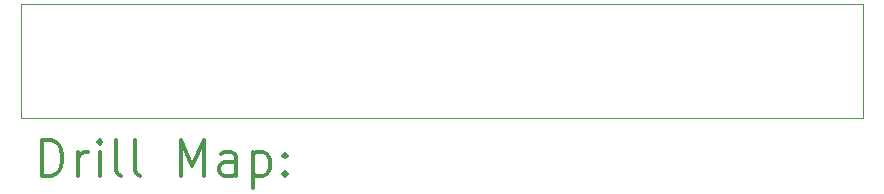
<source format=gbr>
%FSLAX45Y45*%
G04 Gerber Fmt 4.5, Leading zero omitted, Abs format (unit mm)*
G04 Created by KiCad (PCBNEW (5.1.9)-1) date 2021-04-20 22:41:00*
%MOMM*%
%LPD*%
G01*
G04 APERTURE LIST*
%TA.AperFunction,Profile*%
%ADD10C,0.050000*%
%TD*%
%ADD11C,0.200000*%
%ADD12C,0.300000*%
G04 APERTURE END LIST*
D10*
X5829300Y-15087600D02*
X5829300Y-14122400D01*
X12954000Y-15087600D02*
X5829300Y-15087600D01*
X12954000Y-14122400D02*
X12954000Y-15087600D01*
X5829300Y-14122400D02*
X12954000Y-14122400D01*
D11*
D12*
X6005428Y-15574714D02*
X6005428Y-15274714D01*
X6076857Y-15274714D01*
X6119714Y-15289000D01*
X6148286Y-15317571D01*
X6162571Y-15346143D01*
X6176857Y-15403286D01*
X6176857Y-15446143D01*
X6162571Y-15503286D01*
X6148286Y-15531857D01*
X6119714Y-15560428D01*
X6076857Y-15574714D01*
X6005428Y-15574714D01*
X6305428Y-15574714D02*
X6305428Y-15374714D01*
X6305428Y-15431857D02*
X6319714Y-15403286D01*
X6334000Y-15389000D01*
X6362571Y-15374714D01*
X6391143Y-15374714D01*
X6491143Y-15574714D02*
X6491143Y-15374714D01*
X6491143Y-15274714D02*
X6476857Y-15289000D01*
X6491143Y-15303286D01*
X6505428Y-15289000D01*
X6491143Y-15274714D01*
X6491143Y-15303286D01*
X6676857Y-15574714D02*
X6648286Y-15560428D01*
X6634000Y-15531857D01*
X6634000Y-15274714D01*
X6834000Y-15574714D02*
X6805428Y-15560428D01*
X6791143Y-15531857D01*
X6791143Y-15274714D01*
X7176857Y-15574714D02*
X7176857Y-15274714D01*
X7276857Y-15489000D01*
X7376857Y-15274714D01*
X7376857Y-15574714D01*
X7648286Y-15574714D02*
X7648286Y-15417571D01*
X7634000Y-15389000D01*
X7605428Y-15374714D01*
X7548286Y-15374714D01*
X7519714Y-15389000D01*
X7648286Y-15560428D02*
X7619714Y-15574714D01*
X7548286Y-15574714D01*
X7519714Y-15560428D01*
X7505428Y-15531857D01*
X7505428Y-15503286D01*
X7519714Y-15474714D01*
X7548286Y-15460428D01*
X7619714Y-15460428D01*
X7648286Y-15446143D01*
X7791143Y-15374714D02*
X7791143Y-15674714D01*
X7791143Y-15389000D02*
X7819714Y-15374714D01*
X7876857Y-15374714D01*
X7905428Y-15389000D01*
X7919714Y-15403286D01*
X7934000Y-15431857D01*
X7934000Y-15517571D01*
X7919714Y-15546143D01*
X7905428Y-15560428D01*
X7876857Y-15574714D01*
X7819714Y-15574714D01*
X7791143Y-15560428D01*
X8062571Y-15546143D02*
X8076857Y-15560428D01*
X8062571Y-15574714D01*
X8048286Y-15560428D01*
X8062571Y-15546143D01*
X8062571Y-15574714D01*
X8062571Y-15389000D02*
X8076857Y-15403286D01*
X8062571Y-15417571D01*
X8048286Y-15403286D01*
X8062571Y-15389000D01*
X8062571Y-15417571D01*
M02*

</source>
